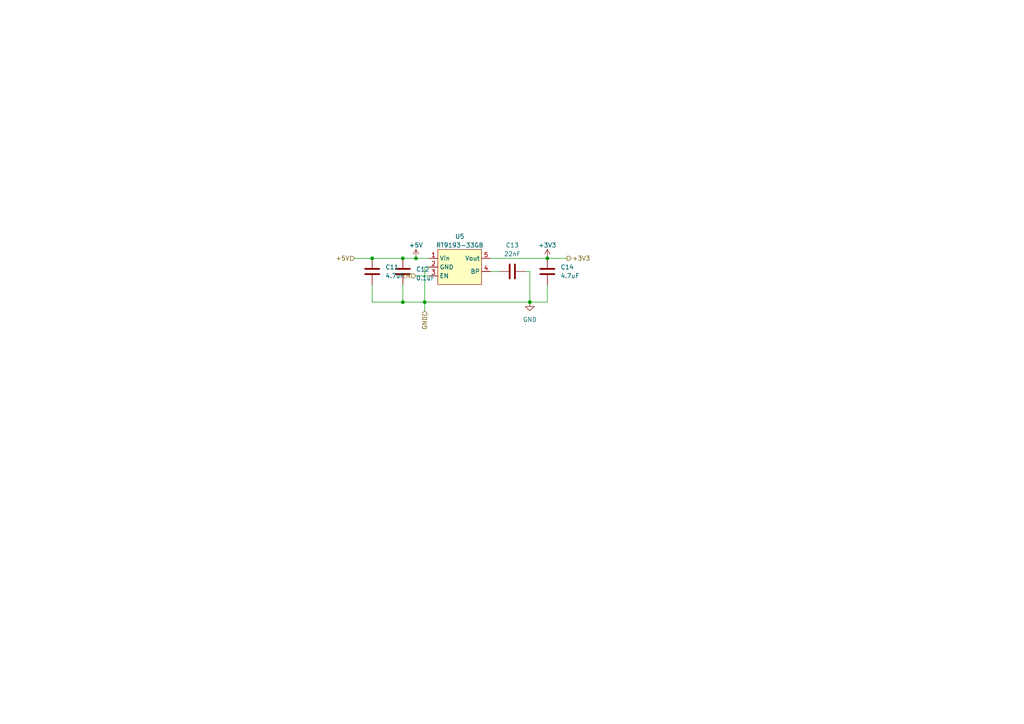
<source format=kicad_sch>
(kicad_sch (version 20231120) (generator "eeschema") (generator_version "8.0")
  (paper "A4")
  (lib_symbols
    (symbol "Device:C" (pin_numbers hide) (pin_names (offset 0.254))
      (property "Reference" "C" (at 0.635 2.54 0))
      (property "Value" "C" (at 0.635 -2.54 0))
      (symbol "C_0_1"
        (polyline (pts (xy -2.032 -0.762) (xy 2.032 -0.762)) (stroke (width 0.508)))
        (polyline (pts (xy -2.032 0.762) (xy 2.032 0.762)) (stroke (width 0.508)))
      )
      (symbol "C_1_1"
        (pin passive line (at 0 3.81 270) (length 2.794) (name "~") (number "1"))
        (pin passive line (at 0 -3.81 90) (length 2.794) (name "~") (number "2"))
      )
    )
    (symbol "PCM_4ms_Power-symbol:+5V" (power) (pin_names (offset 0))
      (property "Value" "+5V" (at 0 3.556 0))
      (symbol "+5V_0_1"
        (polyline (pts (xy -0.762 1.27) (xy 0 2.54)))
        (polyline (pts (xy 0 0) (xy 0 2.54)))
        (polyline (pts (xy 0 2.54) (xy 0.762 1.27)))
      )
      (symbol "+5V_1_1"
        (pin power_in line (at 0 0 90) (length 0) hide (name "+5V") (number "1"))
      )
    )
    (symbol "PCM_4ms_Power-symbol:GND" (power) (pin_names (offset 0))
      (property "Value" "GND" (at 0 -3.81 0))
      (symbol "GND_0_1"
        (polyline (pts (xy 0 0) (xy 0 -1.27) (xy 1.27 -1.27) (xy 0 -2.54) (xy -1.27 -1.27) (xy 0 -1.27)))
      )
      (symbol "GND_1_1"
        (pin power_in line (at 0 0 270) (length 0) hide (name "GND") (number "1"))
      )
    )
    (symbol "my_chips:RT9193-33GB"
      (property "Reference" "U" (at 0 0 0))
      (property "Value" "RT9193-33GB" (at 0 6.35 0))
      (symbol "RT9193-33GB_0_1"
        (rectangle (start -6.35 5.08) (end 6.35 -5.08) (fill (type background)))
      )
      (symbol "RT9193-33GB_1_1"
        (pin power_in line (at -8.89 2.54 0) (length 2.54) (name "Vin") (number "1"))
        (pin passive line (at -8.89 0 0) (length 2.54) (name "GND") (number "2"))
        (pin passive line (at -8.89 -2.54 0) (length 2.54) (name "EN") (number "3"))
        (pin passive line (at 8.89 -1.27 180) (length 2.54) (name "BP") (number "4"))
        (pin power_out line (at 8.89 2.54 180) (length 2.54) (name "Vout") (number "5"))
      )
    )
    (symbol "power:+3V3" (power) (pin_names (offset 0))
      (property "Value" "+3V3" (at 0 3.556 0))
      (symbol "+3V3_0_1"
        (polyline (pts (xy -0.762 1.27) (xy 0 2.54)))
        (polyline (pts (xy 0 0) (xy 0 2.54)))
        (polyline (pts (xy 0 2.54) (xy 0.762 1.27)))
      )
      (symbol "+3V3_1_1"
        (pin power_in line (at 0 0 90) (length 0) hide (name "+3V3") (number "1"))
      )
    )
  )
  (junction (at 107.95 74.93))
  (junction (at 116.84 87.63))
  (junction (at 153.67 87.63))
  (junction (at 120.65 74.93))
  (junction (at 158.75 74.93))
  (junction (at 123.19 87.63))
  (junction (at 116.84 74.93))
  (wire (pts (xy 124.46 80.01) (xy 120.65 80.01)))
  (wire (pts (xy 142.24 78.74) (xy 144.78 78.74)))
  (wire (pts (xy 123.19 77.47) (xy 123.19 87.63)))
  (wire (pts (xy 116.84 87.63) (xy 123.19 87.63)))
  (wire (pts (xy 116.84 82.55) (xy 116.84 87.63)))
  (wire (pts (xy 123.19 87.63) (xy 123.19 90.17)))
  (wire (pts (xy 107.95 87.63) (xy 116.84 87.63)))
  (wire (pts (xy 152.4 78.74) (xy 153.67 78.74)))
  (wire (pts (xy 116.84 74.93) (xy 120.65 74.93)))
  (wire (pts (xy 124.46 77.47) (xy 123.19 77.47)))
  (wire (pts (xy 102.87 74.93) (xy 107.95 74.93)))
  (wire (pts (xy 164.465 74.93) (xy 158.75 74.93)))
  (wire (pts (xy 153.67 87.63) (xy 123.19 87.63)))
  (wire (pts (xy 158.75 87.63) (xy 153.67 87.63)))
  (wire (pts (xy 142.24 74.93) (xy 158.75 74.93)))
  (wire (pts (xy 107.95 82.55) (xy 107.95 87.63)))
  (wire (pts (xy 153.67 78.74) (xy 153.67 87.63)))
  (wire (pts (xy 107.95 74.93) (xy 116.84 74.93)))
  (wire (pts (xy 158.75 82.55) (xy 158.75 87.63)))
  (wire (pts (xy 120.65 74.93) (xy 124.46 74.93)))
  (hierarchical_label "GND" (shape input) (at 123.19 90.17 270))
  (hierarchical_label "EN" (shape input) (at 120.65 80.01 180))
  (hierarchical_label "+5V" (shape input) (at 102.87 74.93 180))
  (hierarchical_label "+3V3" (shape output) (at 164.465 74.93 0))
  (symbol (lib_id "Device:C") (at 116.84 78.74 0) (unit 1)
    (property "Reference" "C12" (at 120.65 78.105 0) (effects (justify left)))
    (property "Value" "0.1uF" (at 120.65 80.645 0) (effects (justify left)))
    (property "Footprint" "Capacitor_SMD:C_0402_1005Metric" (effects (hide yes)))
    (instances (project "stm32g031g8u6 点阵 LED" (path "" (reference "C12") (unit 1))) (project "TM1688 点阵LED" (path "" (reference "C12") (unit 1))) (project "AIR32F103CCT6 小号开发板" (path "" (reference "C?") (unit 1))) (project "ips-160x80-0.96-插拔模块" (path "" (reference "C?") (unit 1))) (project "ips_clock" (path "" (reference "C?") (unit 1))) (project "stm32g031g8u6 点阵 LED" (path "" (reference "C8") (unit 1))) (project "rt9193-33GB" (path "" (reference "C?") (unit 1))) (project "stm32g031g8u6_tinyboard" (path "" (reference "C7") (unit 1))) (project "stm32g031g8u6_oled_board" (path "" (reference "C6") (unit 1)) (path "" (reference "C2") (unit 1))) (project "yxd12864驱动开发板" (path "" (reference "C4") (unit 1))) (project "PMOD OLED 0.96 竖屏" (path "" (reference "C12") (unit 1))) (project "CH549 开发板" (path "" (reference "C12") (unit 1))) (project "stm32g031g8u6_miniboard" (path "" (reference "C6") (unit 1))))
  )
  (symbol (lib_id "Device:C") (at 148.59 78.74 90) (unit 1)
    (property "Reference" "C13" (at 148.59 71.12 90))
    (property "Value" "22nF" (at 148.59 73.66 90))
    (property "Footprint" "Capacitor_SMD:C_0402_1005Metric" (effects (hide yes)))
    (instances (project "stm32g031g8u6 点阵 LED" (path "" (reference "C13") (unit 1))) (project "TM1688 点阵LED" (path "" (reference "C13") (unit 1))) (project "AIR32F103CCT6 小号开发板" (path "" (reference "C?") (unit 1))) (project "ips-160x80-0.96-插拔模块" (path "" (reference "C?") (unit 1))) (project "ips_clock" (path "" (reference "C?") (unit 1))) (project "stm32g031g8u6 点阵 LED" (path "" (reference "C9") (unit 1))) (project "rt9193-33GB" (path "" (reference "C?") (unit 1))) (project "stm32g031g8u6_tinyboard" (path "" (reference "C8") (unit 1))) (project "stm32g031g8u6_oled_board" (path "" (reference "C7") (unit 1)) (path "" (reference "C3") (unit 1))) (project "yxd12864驱动开发板" (path "" (reference "C5") (unit 1))) (project "PMOD OLED 0.96 竖屏" (path "" (reference "C9") (unit 1))) (project "CH549 开发板" (path "" (reference "C13") (unit 1))) (project "stm32g031g8u6_miniboard" (path "" (reference "C7") (unit 1))))
  )
  (symbol (lib_id "Device:C") (at 158.75 78.74 180) (unit 1)
    (property "Reference" "C14" (at 162.56 77.4699 0) (effects (justify right)))
    (property "Value" "4.7uF" (at 162.56 80.0099 0) (effects (justify right)))
    (property "Footprint" "Capacitor_SMD:C_0402_1005Metric" (effects (hide yes)))
    (instances (project "stm32g031g8u6 点阵 LED" (path "" (reference "C14") (unit 1))) (project "TM1688 点阵LED" (path "" (reference "C14") (unit 1))) (project "AIR32F103CCT6 小号开发板" (path "" (reference "C?") (unit 1))) (project "ips-160x80-0.96-插拔模块" (path "" (reference "C?") (unit 1))) (project "ips_clock" (path "" (reference "C?") (unit 1))) (project "stm32g031g8u6 点阵 LED" (path "" (reference "C10") (unit 1))) (project "rt9193-33GB" (path "" (reference "C?") (unit 1))) (project "stm32g031g8u6_tinyboard" (path "" (reference "C9") (unit 1))) (project "stm32g031g8u6_oled_board" (path "" (reference "C8") (unit 1)) (path "" (reference "C4") (unit 1))) (project "yxd12864驱动开发板" (path "" (reference "C6") (unit 1))) (project "PMOD OLED 0.96 竖屏" (path "" (reference "C10") (unit 1))) (project "CH549 开发板" (path "" (reference "C14") (unit 1))) (project "stm32g031g8u6_miniboard" (path "" (reference "C8") (unit 1))))
  )
  (symbol (lib_id "PCM_4ms_Power-symbol:+5V") (at 120.65 74.93 0) (unit 1)
    (property "Reference" "#PWR013" (effects (hide yes)))
    (property "Value" "+5V" (at 120.65 71.12 0))
    (instances (project "stm32g031g8u6 点阵 LED" (path "" (reference "#PWR013") (unit 1))) (project "stm32g031g8u6 点阵 LED" (path "" (reference "#PWR028") (unit 1))) (project "stm32g031g8u6_tinyboard" (path "" (reference "#PWR031") (unit 1))) (project "yxd12864驱动开发板" (path "" (reference "#PWR018") (unit 1))) (project "CH549 开发板" (path "" (reference "#PWR013") (unit 1))))
  )
  (symbol (lib_id "PCM_4ms_Power-symbol:GND") (at 153.67 87.63 0) (unit 1)
    (property "Reference" "#PWR014" (effects (hide yes)))
    (property "Value" "GND" (at 153.67 92.71 0))
    (instances (project "stm32g031g8u6 点阵 LED" (path "" (reference "#PWR014") (unit 1))) (project "stm32g031g8u6 点阵 LED" (path "" (reference "#PWR030") (unit 1))) (project "stm32g031g8u6_tinyboard" (path "" (reference "#PWR032") (unit 1))) (project "yxd12864驱动开发板" (path "" (reference "#PWR019") (unit 1))) (project "CH549 开发板" (path "" (reference "#PWR014") (unit 1))))
  )
  (symbol (lib_id "power:+3V3") (at 158.75 74.93 0) (unit 1)
    (property "Reference" "#PWR015" (effects (hide yes)))
    (property "Value" "+3V3" (at 158.75 71.12 0))
    (instances (project "stm32g031g8u6 点阵 LED" (path "" (reference "#PWR015") (unit 1))) (project "stm32g031g8u6 点阵 LED" (path "" (reference "#PWR029") (unit 1))) (project "stm32g031g8u6_tinyboard" (path "" (reference "#PWR033") (unit 1))) (project "yxd12864驱动开发板" (path "" (reference "#PWR020") (unit 1))) (project "CH549 开发板" (path "" (reference "#PWR015") (unit 1))))
  )
  (symbol (lib_id "my_chips:RT9193-33GB") (at 133.35 77.47 0) (unit 1)
    (property "Reference" "U5" (at 133.35 68.58 0))
    (property "Value" "RT9193-33GB" (at 133.35 71.12 0))
    (property "Footprint" "Package_TO_SOT_SMD:SOT-23-5" (effects (hide yes)))
    (instances (project "stm32g031g8u6 点阵 LED" (path "" (reference "U5") (unit 1))) (project "TM1688 点阵LED" (path "" (reference "U5") (unit 1))) (project "AIR32F103CCT6 小号开发板" (path "" (reference "U?") (unit 1))) (project "ips-160x80-0.96-插拔模块" (path "" (reference "U?") (unit 1))) (project "ips_clock" (path "" (reference "U?") (unit 1))) (project "stm32g031g8u6 点阵 LED" (path "" (reference "U7") (unit 1))) (project "stm32g031g8u6_tinyboard" (path "" (reference "U4") (unit 1))) (project "stm32g031g8u6_oled_board" (path "" (reference "U3") (unit 1)) (path "" (reference "U2") (unit 1))) (project "yxd12864驱动开发板" (path "" (reference "U3") (unit 1))) (project "PMOD OLED 0.96 竖屏" (path "" (reference "U2") (unit 1))) (project "CH549 开发板" (path "" (reference "U5") (unit 1))) (project "stm32g031g8u6_miniboard" (path "" (reference "U4") (unit 1))))
  )
  (symbol (lib_id "Device:C") (at 107.95 78.74 0) (unit 1)
    (property "Reference" "C11" (at 111.76 77.4699 0) (effects (justify left)))
    (property "Value" "4.7uF" (at 111.76 80.0099 0) (effects (justify left)))
    (property "Footprint" "Capacitor_SMD:C_0402_1005Metric" (effects (hide yes)))
    (instances (project "stm32g031g8u6 点阵 LED" (path "" (reference "C11") (unit 1))) (project "TM1688 点阵LED" (path "" (reference "C11") (unit 1))) (project "AIR32F103CCT6 小号开发板" (path "" (reference "C?") (unit 1))) (project "ips-160x80-0.96-插拔模块" (path "" (reference "C?") (unit 1))) (project "ips_clock" (path "" (reference "C?") (unit 1))) (project "stm32g031g8u6 点阵 LED" (path "" (reference "C7") (unit 1))) (project "rt9193-33GB" (path "" (reference "C?") (unit 1))) (project "stm32g031g8u6_tinyboard" (path "" (reference "C6") (unit 1))) (project "stm32g031g8u6_oled_board" (path "" (reference "C5") (unit 1)) (path "" (reference "C1") (unit 1))) (project "yxd12864驱动开发板" (path "" (reference "C3") (unit 1))) (project "PMOD OLED 0.96 竖屏" (path "" (reference "C11") (unit 1))) (project "CH549 开发板" (path "" (reference "C11") (unit 1))) (project "stm32g031g8u6_miniboard" (path "" (reference "C5") (unit 1))))
  )
)
</source>
